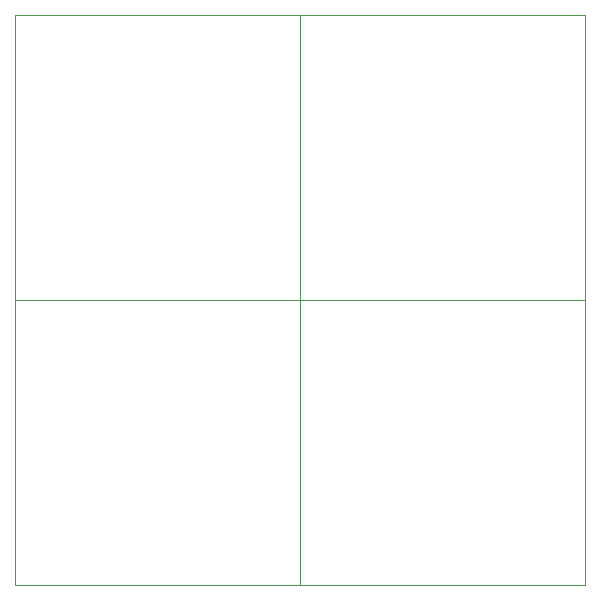
<source format=gbr>
G04 (created by PCBNEW (2013-07-07 BZR 4022)-stable) date 1/16/2015 9:29:06 PM*
%MOIN*%
G04 Gerber Fmt 3.4, Leading zero omitted, Abs format*
%FSLAX34Y34*%
G01*
G70*
G90*
G04 APERTURE LIST*
%ADD10C,0.00590551*%
%ADD11C,0.00393701*%
G04 APERTURE END LIST*
G54D10*
G54D11*
X19500Y-10000D02*
X19500Y-29000D01*
X29000Y-10000D02*
X29000Y-29000D01*
X10000Y-10000D02*
X10000Y-29000D01*
X10000Y-10000D02*
X29000Y-10000D01*
X10000Y-19500D02*
X29000Y-19500D01*
X10000Y-29000D02*
X29000Y-29000D01*
M02*

</source>
